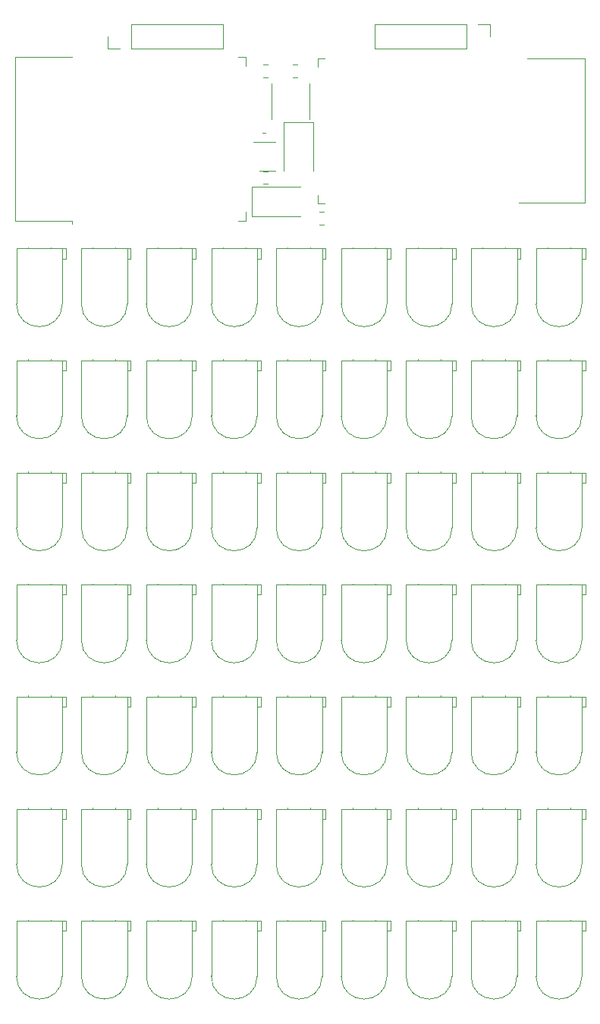
<source format=gbr>
G04 #@! TF.GenerationSoftware,KiCad,Pcbnew,5.1.4+dfsg1-1*
G04 #@! TF.CreationDate,2019-12-22T16:06:28+01:00*
G04 #@! TF.ProjectId,masonjar,6d61736f-6e6a-4617-922e-6b696361645f,rev?*
G04 #@! TF.SameCoordinates,Original*
G04 #@! TF.FileFunction,Legend,Top*
G04 #@! TF.FilePolarity,Positive*
%FSLAX46Y46*%
G04 Gerber Fmt 4.6, Leading zero omitted, Abs format (unit mm)*
G04 Created by KiCad (PCBNEW 5.1.4+dfsg1-1) date 2019-12-22 16:06:28*
%MOMM*%
%LPD*%
G04 APERTURE LIST*
%ADD10C,0.120000*%
G04 APERTURE END LIST*
D10*
X21310000Y-220000D02*
X21310000Y-1550000D01*
X19980000Y-220000D02*
X21310000Y-220000D01*
X18710000Y-220000D02*
X18710000Y-2880000D01*
X18710000Y-2880000D02*
X8490000Y-2880000D01*
X18710000Y-220000D02*
X8490000Y-220000D01*
X8490000Y-220000D02*
X8490000Y-2880000D01*
X1150000Y-10800000D02*
X1150000Y-6800000D01*
X-3050000Y-10800000D02*
X-3050000Y-6800000D01*
X-3737221Y-12340000D02*
X-4062779Y-12340000D01*
X-3737221Y-13360000D02*
X-4062779Y-13360000D01*
X-25295000Y-22120000D02*
X-25295000Y-22500000D01*
X-31715000Y-22120000D02*
X-25295000Y-22120000D01*
X-31715000Y-3880000D02*
X-25295000Y-3880000D01*
X-31715000Y-22120000D02*
X-31715000Y-3880000D01*
X-5970000Y-3880000D02*
X-5970000Y-4880000D01*
X-6750000Y-3880000D02*
X-5970000Y-3880000D01*
X-5970000Y-22120000D02*
X-5970000Y-21120000D01*
X-6750000Y-22120000D02*
X-5970000Y-22120000D01*
X-2650000Y-13290000D02*
X-5100000Y-13290000D01*
X-4450000Y-16510000D02*
X-2650000Y-16510000D01*
X31865000Y-3980000D02*
X25445000Y-3980000D01*
X31865000Y-20100000D02*
X24580000Y-20100000D01*
X31865000Y-3980000D02*
X31865000Y-20100000D01*
X2120000Y-20220000D02*
X2120000Y-19220000D01*
X2900000Y-20220000D02*
X2120000Y-20220000D01*
X2120000Y-3980000D02*
X2120000Y-4980000D01*
X2900000Y-3980000D02*
X2120000Y-3980000D01*
X-21330000Y-2880000D02*
X-21330000Y-1550000D01*
X-20000000Y-2880000D02*
X-21330000Y-2880000D01*
X-18730000Y-2880000D02*
X-18730000Y-220000D01*
X-18730000Y-220000D02*
X-8510000Y-220000D01*
X-18730000Y-2880000D02*
X-8510000Y-2880000D01*
X-8510000Y-2880000D02*
X-8510000Y-220000D01*
X1600000Y-11150000D02*
X1600000Y-16550000D01*
X-1700000Y-11150000D02*
X-1700000Y-16550000D01*
X1600000Y-11150000D02*
X-1700000Y-11150000D01*
X-5250000Y-18300000D02*
X150000Y-18300000D01*
X-5250000Y-21600000D02*
X150000Y-21600000D01*
X-5250000Y-18300000D02*
X-5250000Y-21600000D01*
X-4008578Y-18010000D02*
X-3491422Y-18010000D01*
X-4008578Y-16590000D02*
X-3491422Y-16590000D01*
X2808578Y-21140000D02*
X2291422Y-21140000D01*
X2808578Y-22560000D02*
X2291422Y-22560000D01*
X-3958578Y-6110000D02*
X-3441422Y-6110000D01*
X-3958578Y-4690000D02*
X-3441422Y-4690000D01*
X-141422Y-4690000D02*
X-658578Y-4690000D01*
X-141422Y-6110000D02*
X-658578Y-6110000D01*
X30290000Y-100080000D02*
X30290000Y-100080000D01*
X30290000Y-100210000D02*
X30290000Y-100080000D01*
X30290000Y-100210000D02*
X30290000Y-100210000D01*
X30290000Y-100080000D02*
X30290000Y-100210000D01*
X27750000Y-100080000D02*
X27750000Y-100080000D01*
X27750000Y-100210000D02*
X27750000Y-100080000D01*
X27750000Y-100210000D02*
X27750000Y-100210000D01*
X27750000Y-100080000D02*
X27750000Y-100210000D01*
X31580000Y-100210000D02*
X31980000Y-100210000D01*
X31580000Y-101330000D02*
X31580000Y-100210000D01*
X31980000Y-101330000D02*
X31580000Y-101330000D01*
X31980000Y-100210000D02*
X31980000Y-101330000D01*
X26460000Y-100210000D02*
X31580000Y-100210000D01*
X31580000Y-100210000D02*
X31580000Y-106370000D01*
X26460000Y-100210000D02*
X26460000Y-106370000D01*
X31580000Y-106370000D02*
G75*
G02X26460000Y-106370000I-2560000J0D01*
G01*
X23040000Y-100080000D02*
X23040000Y-100080000D01*
X23040000Y-100210000D02*
X23040000Y-100080000D01*
X23040000Y-100210000D02*
X23040000Y-100210000D01*
X23040000Y-100080000D02*
X23040000Y-100210000D01*
X20500000Y-100080000D02*
X20500000Y-100080000D01*
X20500000Y-100210000D02*
X20500000Y-100080000D01*
X20500000Y-100210000D02*
X20500000Y-100210000D01*
X20500000Y-100080000D02*
X20500000Y-100210000D01*
X24330000Y-100210000D02*
X24730000Y-100210000D01*
X24330000Y-101330000D02*
X24330000Y-100210000D01*
X24730000Y-101330000D02*
X24330000Y-101330000D01*
X24730000Y-100210000D02*
X24730000Y-101330000D01*
X19210000Y-100210000D02*
X24330000Y-100210000D01*
X24330000Y-100210000D02*
X24330000Y-106370000D01*
X19210000Y-100210000D02*
X19210000Y-106370000D01*
X24330000Y-106370000D02*
G75*
G02X19210000Y-106370000I-2560000J0D01*
G01*
X15790000Y-100080000D02*
X15790000Y-100080000D01*
X15790000Y-100210000D02*
X15790000Y-100080000D01*
X15790000Y-100210000D02*
X15790000Y-100210000D01*
X15790000Y-100080000D02*
X15790000Y-100210000D01*
X13250000Y-100080000D02*
X13250000Y-100080000D01*
X13250000Y-100210000D02*
X13250000Y-100080000D01*
X13250000Y-100210000D02*
X13250000Y-100210000D01*
X13250000Y-100080000D02*
X13250000Y-100210000D01*
X17080000Y-100210000D02*
X17480000Y-100210000D01*
X17080000Y-101330000D02*
X17080000Y-100210000D01*
X17480000Y-101330000D02*
X17080000Y-101330000D01*
X17480000Y-100210000D02*
X17480000Y-101330000D01*
X11960000Y-100210000D02*
X17080000Y-100210000D01*
X17080000Y-100210000D02*
X17080000Y-106370000D01*
X11960000Y-100210000D02*
X11960000Y-106370000D01*
X17080000Y-106370000D02*
G75*
G02X11960000Y-106370000I-2560000J0D01*
G01*
X8540000Y-100080000D02*
X8540000Y-100080000D01*
X8540000Y-100210000D02*
X8540000Y-100080000D01*
X8540000Y-100210000D02*
X8540000Y-100210000D01*
X8540000Y-100080000D02*
X8540000Y-100210000D01*
X6000000Y-100080000D02*
X6000000Y-100080000D01*
X6000000Y-100210000D02*
X6000000Y-100080000D01*
X6000000Y-100210000D02*
X6000000Y-100210000D01*
X6000000Y-100080000D02*
X6000000Y-100210000D01*
X9830000Y-100210000D02*
X10230000Y-100210000D01*
X9830000Y-101330000D02*
X9830000Y-100210000D01*
X10230000Y-101330000D02*
X9830000Y-101330000D01*
X10230000Y-100210000D02*
X10230000Y-101330000D01*
X4710000Y-100210000D02*
X9830000Y-100210000D01*
X9830000Y-100210000D02*
X9830000Y-106370000D01*
X4710000Y-100210000D02*
X4710000Y-106370000D01*
X9830000Y-106370000D02*
G75*
G02X4710000Y-106370000I-2560000J0D01*
G01*
X1290000Y-100080000D02*
X1290000Y-100080000D01*
X1290000Y-100210000D02*
X1290000Y-100080000D01*
X1290000Y-100210000D02*
X1290000Y-100210000D01*
X1290000Y-100080000D02*
X1290000Y-100210000D01*
X-1250000Y-100080000D02*
X-1250000Y-100080000D01*
X-1250000Y-100210000D02*
X-1250000Y-100080000D01*
X-1250000Y-100210000D02*
X-1250000Y-100210000D01*
X-1250000Y-100080000D02*
X-1250000Y-100210000D01*
X2580000Y-100210000D02*
X2980000Y-100210000D01*
X2580000Y-101330000D02*
X2580000Y-100210000D01*
X2980000Y-101330000D02*
X2580000Y-101330000D01*
X2980000Y-100210000D02*
X2980000Y-101330000D01*
X-2540000Y-100210000D02*
X2580000Y-100210000D01*
X2580000Y-100210000D02*
X2580000Y-106370000D01*
X-2540000Y-100210000D02*
X-2540000Y-106370000D01*
X2580000Y-106370000D02*
G75*
G02X-2540000Y-106370000I-2560000J0D01*
G01*
X-5960000Y-100080000D02*
X-5960000Y-100080000D01*
X-5960000Y-100210000D02*
X-5960000Y-100080000D01*
X-5960000Y-100210000D02*
X-5960000Y-100210000D01*
X-5960000Y-100080000D02*
X-5960000Y-100210000D01*
X-8500000Y-100080000D02*
X-8500000Y-100080000D01*
X-8500000Y-100210000D02*
X-8500000Y-100080000D01*
X-8500000Y-100210000D02*
X-8500000Y-100210000D01*
X-8500000Y-100080000D02*
X-8500000Y-100210000D01*
X-4670000Y-100210000D02*
X-4270000Y-100210000D01*
X-4670000Y-101330000D02*
X-4670000Y-100210000D01*
X-4270000Y-101330000D02*
X-4670000Y-101330000D01*
X-4270000Y-100210000D02*
X-4270000Y-101330000D01*
X-9790000Y-100210000D02*
X-4670000Y-100210000D01*
X-4670000Y-100210000D02*
X-4670000Y-106370000D01*
X-9790000Y-100210000D02*
X-9790000Y-106370000D01*
X-4670000Y-106370000D02*
G75*
G02X-9790000Y-106370000I-2560000J0D01*
G01*
X-13210000Y-100080000D02*
X-13210000Y-100080000D01*
X-13210000Y-100210000D02*
X-13210000Y-100080000D01*
X-13210000Y-100210000D02*
X-13210000Y-100210000D01*
X-13210000Y-100080000D02*
X-13210000Y-100210000D01*
X-15750000Y-100080000D02*
X-15750000Y-100080000D01*
X-15750000Y-100210000D02*
X-15750000Y-100080000D01*
X-15750000Y-100210000D02*
X-15750000Y-100210000D01*
X-15750000Y-100080000D02*
X-15750000Y-100210000D01*
X-11920000Y-100210000D02*
X-11520000Y-100210000D01*
X-11920000Y-101330000D02*
X-11920000Y-100210000D01*
X-11520000Y-101330000D02*
X-11920000Y-101330000D01*
X-11520000Y-100210000D02*
X-11520000Y-101330000D01*
X-17040000Y-100210000D02*
X-11920000Y-100210000D01*
X-11920000Y-100210000D02*
X-11920000Y-106370000D01*
X-17040000Y-100210000D02*
X-17040000Y-106370000D01*
X-11920000Y-106370000D02*
G75*
G02X-17040000Y-106370000I-2560000J0D01*
G01*
X-20460000Y-100080000D02*
X-20460000Y-100080000D01*
X-20460000Y-100210000D02*
X-20460000Y-100080000D01*
X-20460000Y-100210000D02*
X-20460000Y-100210000D01*
X-20460000Y-100080000D02*
X-20460000Y-100210000D01*
X-23000000Y-100080000D02*
X-23000000Y-100080000D01*
X-23000000Y-100210000D02*
X-23000000Y-100080000D01*
X-23000000Y-100210000D02*
X-23000000Y-100210000D01*
X-23000000Y-100080000D02*
X-23000000Y-100210000D01*
X-19170000Y-100210000D02*
X-18770000Y-100210000D01*
X-19170000Y-101330000D02*
X-19170000Y-100210000D01*
X-18770000Y-101330000D02*
X-19170000Y-101330000D01*
X-18770000Y-100210000D02*
X-18770000Y-101330000D01*
X-24290000Y-100210000D02*
X-19170000Y-100210000D01*
X-19170000Y-100210000D02*
X-19170000Y-106370000D01*
X-24290000Y-100210000D02*
X-24290000Y-106370000D01*
X-19170000Y-106370000D02*
G75*
G02X-24290000Y-106370000I-2560000J0D01*
G01*
X-27710000Y-100080000D02*
X-27710000Y-100080000D01*
X-27710000Y-100210000D02*
X-27710000Y-100080000D01*
X-27710000Y-100210000D02*
X-27710000Y-100210000D01*
X-27710000Y-100080000D02*
X-27710000Y-100210000D01*
X-30250000Y-100080000D02*
X-30250000Y-100080000D01*
X-30250000Y-100210000D02*
X-30250000Y-100080000D01*
X-30250000Y-100210000D02*
X-30250000Y-100210000D01*
X-30250000Y-100080000D02*
X-30250000Y-100210000D01*
X-26420000Y-100210000D02*
X-26020000Y-100210000D01*
X-26420000Y-101330000D02*
X-26420000Y-100210000D01*
X-26020000Y-101330000D02*
X-26420000Y-101330000D01*
X-26020000Y-100210000D02*
X-26020000Y-101330000D01*
X-31540000Y-100210000D02*
X-26420000Y-100210000D01*
X-26420000Y-100210000D02*
X-26420000Y-106370000D01*
X-31540000Y-100210000D02*
X-31540000Y-106370000D01*
X-26420000Y-106370000D02*
G75*
G02X-31540000Y-106370000I-2560000J0D01*
G01*
X30290000Y-87580000D02*
X30290000Y-87580000D01*
X30290000Y-87710000D02*
X30290000Y-87580000D01*
X30290000Y-87710000D02*
X30290000Y-87710000D01*
X30290000Y-87580000D02*
X30290000Y-87710000D01*
X27750000Y-87580000D02*
X27750000Y-87580000D01*
X27750000Y-87710000D02*
X27750000Y-87580000D01*
X27750000Y-87710000D02*
X27750000Y-87710000D01*
X27750000Y-87580000D02*
X27750000Y-87710000D01*
X31580000Y-87710000D02*
X31980000Y-87710000D01*
X31580000Y-88830000D02*
X31580000Y-87710000D01*
X31980000Y-88830000D02*
X31580000Y-88830000D01*
X31980000Y-87710000D02*
X31980000Y-88830000D01*
X26460000Y-87710000D02*
X31580000Y-87710000D01*
X31580000Y-87710000D02*
X31580000Y-93870000D01*
X26460000Y-87710000D02*
X26460000Y-93870000D01*
X31580000Y-93870000D02*
G75*
G02X26460000Y-93870000I-2560000J0D01*
G01*
X23040000Y-87580000D02*
X23040000Y-87580000D01*
X23040000Y-87710000D02*
X23040000Y-87580000D01*
X23040000Y-87710000D02*
X23040000Y-87710000D01*
X23040000Y-87580000D02*
X23040000Y-87710000D01*
X20500000Y-87580000D02*
X20500000Y-87580000D01*
X20500000Y-87710000D02*
X20500000Y-87580000D01*
X20500000Y-87710000D02*
X20500000Y-87710000D01*
X20500000Y-87580000D02*
X20500000Y-87710000D01*
X24330000Y-87710000D02*
X24730000Y-87710000D01*
X24330000Y-88830000D02*
X24330000Y-87710000D01*
X24730000Y-88830000D02*
X24330000Y-88830000D01*
X24730000Y-87710000D02*
X24730000Y-88830000D01*
X19210000Y-87710000D02*
X24330000Y-87710000D01*
X24330000Y-87710000D02*
X24330000Y-93870000D01*
X19210000Y-87710000D02*
X19210000Y-93870000D01*
X24330000Y-93870000D02*
G75*
G02X19210000Y-93870000I-2560000J0D01*
G01*
X15790000Y-87580000D02*
X15790000Y-87580000D01*
X15790000Y-87710000D02*
X15790000Y-87580000D01*
X15790000Y-87710000D02*
X15790000Y-87710000D01*
X15790000Y-87580000D02*
X15790000Y-87710000D01*
X13250000Y-87580000D02*
X13250000Y-87580000D01*
X13250000Y-87710000D02*
X13250000Y-87580000D01*
X13250000Y-87710000D02*
X13250000Y-87710000D01*
X13250000Y-87580000D02*
X13250000Y-87710000D01*
X17080000Y-87710000D02*
X17480000Y-87710000D01*
X17080000Y-88830000D02*
X17080000Y-87710000D01*
X17480000Y-88830000D02*
X17080000Y-88830000D01*
X17480000Y-87710000D02*
X17480000Y-88830000D01*
X11960000Y-87710000D02*
X17080000Y-87710000D01*
X17080000Y-87710000D02*
X17080000Y-93870000D01*
X11960000Y-87710000D02*
X11960000Y-93870000D01*
X17080000Y-93870000D02*
G75*
G02X11960000Y-93870000I-2560000J0D01*
G01*
X8540000Y-87580000D02*
X8540000Y-87580000D01*
X8540000Y-87710000D02*
X8540000Y-87580000D01*
X8540000Y-87710000D02*
X8540000Y-87710000D01*
X8540000Y-87580000D02*
X8540000Y-87710000D01*
X6000000Y-87580000D02*
X6000000Y-87580000D01*
X6000000Y-87710000D02*
X6000000Y-87580000D01*
X6000000Y-87710000D02*
X6000000Y-87710000D01*
X6000000Y-87580000D02*
X6000000Y-87710000D01*
X9830000Y-87710000D02*
X10230000Y-87710000D01*
X9830000Y-88830000D02*
X9830000Y-87710000D01*
X10230000Y-88830000D02*
X9830000Y-88830000D01*
X10230000Y-87710000D02*
X10230000Y-88830000D01*
X4710000Y-87710000D02*
X9830000Y-87710000D01*
X9830000Y-87710000D02*
X9830000Y-93870000D01*
X4710000Y-87710000D02*
X4710000Y-93870000D01*
X9830000Y-93870000D02*
G75*
G02X4710000Y-93870000I-2560000J0D01*
G01*
X1290000Y-87580000D02*
X1290000Y-87580000D01*
X1290000Y-87710000D02*
X1290000Y-87580000D01*
X1290000Y-87710000D02*
X1290000Y-87710000D01*
X1290000Y-87580000D02*
X1290000Y-87710000D01*
X-1250000Y-87580000D02*
X-1250000Y-87580000D01*
X-1250000Y-87710000D02*
X-1250000Y-87580000D01*
X-1250000Y-87710000D02*
X-1250000Y-87710000D01*
X-1250000Y-87580000D02*
X-1250000Y-87710000D01*
X2580000Y-87710000D02*
X2980000Y-87710000D01*
X2580000Y-88830000D02*
X2580000Y-87710000D01*
X2980000Y-88830000D02*
X2580000Y-88830000D01*
X2980000Y-87710000D02*
X2980000Y-88830000D01*
X-2540000Y-87710000D02*
X2580000Y-87710000D01*
X2580000Y-87710000D02*
X2580000Y-93870000D01*
X-2540000Y-87710000D02*
X-2540000Y-93870000D01*
X2580000Y-93870000D02*
G75*
G02X-2540000Y-93870000I-2560000J0D01*
G01*
X-5960000Y-87580000D02*
X-5960000Y-87580000D01*
X-5960000Y-87710000D02*
X-5960000Y-87580000D01*
X-5960000Y-87710000D02*
X-5960000Y-87710000D01*
X-5960000Y-87580000D02*
X-5960000Y-87710000D01*
X-8500000Y-87580000D02*
X-8500000Y-87580000D01*
X-8500000Y-87710000D02*
X-8500000Y-87580000D01*
X-8500000Y-87710000D02*
X-8500000Y-87710000D01*
X-8500000Y-87580000D02*
X-8500000Y-87710000D01*
X-4670000Y-87710000D02*
X-4270000Y-87710000D01*
X-4670000Y-88830000D02*
X-4670000Y-87710000D01*
X-4270000Y-88830000D02*
X-4670000Y-88830000D01*
X-4270000Y-87710000D02*
X-4270000Y-88830000D01*
X-9790000Y-87710000D02*
X-4670000Y-87710000D01*
X-4670000Y-87710000D02*
X-4670000Y-93870000D01*
X-9790000Y-87710000D02*
X-9790000Y-93870000D01*
X-4670000Y-93870000D02*
G75*
G02X-9790000Y-93870000I-2560000J0D01*
G01*
X-13210000Y-87580000D02*
X-13210000Y-87580000D01*
X-13210000Y-87710000D02*
X-13210000Y-87580000D01*
X-13210000Y-87710000D02*
X-13210000Y-87710000D01*
X-13210000Y-87580000D02*
X-13210000Y-87710000D01*
X-15750000Y-87580000D02*
X-15750000Y-87580000D01*
X-15750000Y-87710000D02*
X-15750000Y-87580000D01*
X-15750000Y-87710000D02*
X-15750000Y-87710000D01*
X-15750000Y-87580000D02*
X-15750000Y-87710000D01*
X-11920000Y-87710000D02*
X-11520000Y-87710000D01*
X-11920000Y-88830000D02*
X-11920000Y-87710000D01*
X-11520000Y-88830000D02*
X-11920000Y-88830000D01*
X-11520000Y-87710000D02*
X-11520000Y-88830000D01*
X-17040000Y-87710000D02*
X-11920000Y-87710000D01*
X-11920000Y-87710000D02*
X-11920000Y-93870000D01*
X-17040000Y-87710000D02*
X-17040000Y-93870000D01*
X-11920000Y-93870000D02*
G75*
G02X-17040000Y-93870000I-2560000J0D01*
G01*
X-20460000Y-87580000D02*
X-20460000Y-87580000D01*
X-20460000Y-87710000D02*
X-20460000Y-87580000D01*
X-20460000Y-87710000D02*
X-20460000Y-87710000D01*
X-20460000Y-87580000D02*
X-20460000Y-87710000D01*
X-23000000Y-87580000D02*
X-23000000Y-87580000D01*
X-23000000Y-87710000D02*
X-23000000Y-87580000D01*
X-23000000Y-87710000D02*
X-23000000Y-87710000D01*
X-23000000Y-87580000D02*
X-23000000Y-87710000D01*
X-19170000Y-87710000D02*
X-18770000Y-87710000D01*
X-19170000Y-88830000D02*
X-19170000Y-87710000D01*
X-18770000Y-88830000D02*
X-19170000Y-88830000D01*
X-18770000Y-87710000D02*
X-18770000Y-88830000D01*
X-24290000Y-87710000D02*
X-19170000Y-87710000D01*
X-19170000Y-87710000D02*
X-19170000Y-93870000D01*
X-24290000Y-87710000D02*
X-24290000Y-93870000D01*
X-19170000Y-93870000D02*
G75*
G02X-24290000Y-93870000I-2560000J0D01*
G01*
X-27710000Y-87580000D02*
X-27710000Y-87580000D01*
X-27710000Y-87710000D02*
X-27710000Y-87580000D01*
X-27710000Y-87710000D02*
X-27710000Y-87710000D01*
X-27710000Y-87580000D02*
X-27710000Y-87710000D01*
X-30250000Y-87580000D02*
X-30250000Y-87580000D01*
X-30250000Y-87710000D02*
X-30250000Y-87580000D01*
X-30250000Y-87710000D02*
X-30250000Y-87710000D01*
X-30250000Y-87580000D02*
X-30250000Y-87710000D01*
X-26420000Y-87710000D02*
X-26020000Y-87710000D01*
X-26420000Y-88830000D02*
X-26420000Y-87710000D01*
X-26020000Y-88830000D02*
X-26420000Y-88830000D01*
X-26020000Y-87710000D02*
X-26020000Y-88830000D01*
X-31540000Y-87710000D02*
X-26420000Y-87710000D01*
X-26420000Y-87710000D02*
X-26420000Y-93870000D01*
X-31540000Y-87710000D02*
X-31540000Y-93870000D01*
X-26420000Y-93870000D02*
G75*
G02X-31540000Y-93870000I-2560000J0D01*
G01*
X30290000Y-75080000D02*
X30290000Y-75080000D01*
X30290000Y-75210000D02*
X30290000Y-75080000D01*
X30290000Y-75210000D02*
X30290000Y-75210000D01*
X30290000Y-75080000D02*
X30290000Y-75210000D01*
X27750000Y-75080000D02*
X27750000Y-75080000D01*
X27750000Y-75210000D02*
X27750000Y-75080000D01*
X27750000Y-75210000D02*
X27750000Y-75210000D01*
X27750000Y-75080000D02*
X27750000Y-75210000D01*
X31580000Y-75210000D02*
X31980000Y-75210000D01*
X31580000Y-76330000D02*
X31580000Y-75210000D01*
X31980000Y-76330000D02*
X31580000Y-76330000D01*
X31980000Y-75210000D02*
X31980000Y-76330000D01*
X26460000Y-75210000D02*
X31580000Y-75210000D01*
X31580000Y-75210000D02*
X31580000Y-81370000D01*
X26460000Y-75210000D02*
X26460000Y-81370000D01*
X31580000Y-81370000D02*
G75*
G02X26460000Y-81370000I-2560000J0D01*
G01*
X23040000Y-75080000D02*
X23040000Y-75080000D01*
X23040000Y-75210000D02*
X23040000Y-75080000D01*
X23040000Y-75210000D02*
X23040000Y-75210000D01*
X23040000Y-75080000D02*
X23040000Y-75210000D01*
X20500000Y-75080000D02*
X20500000Y-75080000D01*
X20500000Y-75210000D02*
X20500000Y-75080000D01*
X20500000Y-75210000D02*
X20500000Y-75210000D01*
X20500000Y-75080000D02*
X20500000Y-75210000D01*
X24330000Y-75210000D02*
X24730000Y-75210000D01*
X24330000Y-76330000D02*
X24330000Y-75210000D01*
X24730000Y-76330000D02*
X24330000Y-76330000D01*
X24730000Y-75210000D02*
X24730000Y-76330000D01*
X19210000Y-75210000D02*
X24330000Y-75210000D01*
X24330000Y-75210000D02*
X24330000Y-81370000D01*
X19210000Y-75210000D02*
X19210000Y-81370000D01*
X24330000Y-81370000D02*
G75*
G02X19210000Y-81370000I-2560000J0D01*
G01*
X15790000Y-75080000D02*
X15790000Y-75080000D01*
X15790000Y-75210000D02*
X15790000Y-75080000D01*
X15790000Y-75210000D02*
X15790000Y-75210000D01*
X15790000Y-75080000D02*
X15790000Y-75210000D01*
X13250000Y-75080000D02*
X13250000Y-75080000D01*
X13250000Y-75210000D02*
X13250000Y-75080000D01*
X13250000Y-75210000D02*
X13250000Y-75210000D01*
X13250000Y-75080000D02*
X13250000Y-75210000D01*
X17080000Y-75210000D02*
X17480000Y-75210000D01*
X17080000Y-76330000D02*
X17080000Y-75210000D01*
X17480000Y-76330000D02*
X17080000Y-76330000D01*
X17480000Y-75210000D02*
X17480000Y-76330000D01*
X11960000Y-75210000D02*
X17080000Y-75210000D01*
X17080000Y-75210000D02*
X17080000Y-81370000D01*
X11960000Y-75210000D02*
X11960000Y-81370000D01*
X17080000Y-81370000D02*
G75*
G02X11960000Y-81370000I-2560000J0D01*
G01*
X8540000Y-75080000D02*
X8540000Y-75080000D01*
X8540000Y-75210000D02*
X8540000Y-75080000D01*
X8540000Y-75210000D02*
X8540000Y-75210000D01*
X8540000Y-75080000D02*
X8540000Y-75210000D01*
X6000000Y-75080000D02*
X6000000Y-75080000D01*
X6000000Y-75210000D02*
X6000000Y-75080000D01*
X6000000Y-75210000D02*
X6000000Y-75210000D01*
X6000000Y-75080000D02*
X6000000Y-75210000D01*
X9830000Y-75210000D02*
X10230000Y-75210000D01*
X9830000Y-76330000D02*
X9830000Y-75210000D01*
X10230000Y-76330000D02*
X9830000Y-76330000D01*
X10230000Y-75210000D02*
X10230000Y-76330000D01*
X4710000Y-75210000D02*
X9830000Y-75210000D01*
X9830000Y-75210000D02*
X9830000Y-81370000D01*
X4710000Y-75210000D02*
X4710000Y-81370000D01*
X9830000Y-81370000D02*
G75*
G02X4710000Y-81370000I-2560000J0D01*
G01*
X1290000Y-75080000D02*
X1290000Y-75080000D01*
X1290000Y-75210000D02*
X1290000Y-75080000D01*
X1290000Y-75210000D02*
X1290000Y-75210000D01*
X1290000Y-75080000D02*
X1290000Y-75210000D01*
X-1250000Y-75080000D02*
X-1250000Y-75080000D01*
X-1250000Y-75210000D02*
X-1250000Y-75080000D01*
X-1250000Y-75210000D02*
X-1250000Y-75210000D01*
X-1250000Y-75080000D02*
X-1250000Y-75210000D01*
X2580000Y-75210000D02*
X2980000Y-75210000D01*
X2580000Y-76330000D02*
X2580000Y-75210000D01*
X2980000Y-76330000D02*
X2580000Y-76330000D01*
X2980000Y-75210000D02*
X2980000Y-76330000D01*
X-2540000Y-75210000D02*
X2580000Y-75210000D01*
X2580000Y-75210000D02*
X2580000Y-81370000D01*
X-2540000Y-75210000D02*
X-2540000Y-81370000D01*
X2580000Y-81370000D02*
G75*
G02X-2540000Y-81370000I-2560000J0D01*
G01*
X-5960000Y-75080000D02*
X-5960000Y-75080000D01*
X-5960000Y-75210000D02*
X-5960000Y-75080000D01*
X-5960000Y-75210000D02*
X-5960000Y-75210000D01*
X-5960000Y-75080000D02*
X-5960000Y-75210000D01*
X-8500000Y-75080000D02*
X-8500000Y-75080000D01*
X-8500000Y-75210000D02*
X-8500000Y-75080000D01*
X-8500000Y-75210000D02*
X-8500000Y-75210000D01*
X-8500000Y-75080000D02*
X-8500000Y-75210000D01*
X-4670000Y-75210000D02*
X-4270000Y-75210000D01*
X-4670000Y-76330000D02*
X-4670000Y-75210000D01*
X-4270000Y-76330000D02*
X-4670000Y-76330000D01*
X-4270000Y-75210000D02*
X-4270000Y-76330000D01*
X-9790000Y-75210000D02*
X-4670000Y-75210000D01*
X-4670000Y-75210000D02*
X-4670000Y-81370000D01*
X-9790000Y-75210000D02*
X-9790000Y-81370000D01*
X-4670000Y-81370000D02*
G75*
G02X-9790000Y-81370000I-2560000J0D01*
G01*
X-13210000Y-75080000D02*
X-13210000Y-75080000D01*
X-13210000Y-75210000D02*
X-13210000Y-75080000D01*
X-13210000Y-75210000D02*
X-13210000Y-75210000D01*
X-13210000Y-75080000D02*
X-13210000Y-75210000D01*
X-15750000Y-75080000D02*
X-15750000Y-75080000D01*
X-15750000Y-75210000D02*
X-15750000Y-75080000D01*
X-15750000Y-75210000D02*
X-15750000Y-75210000D01*
X-15750000Y-75080000D02*
X-15750000Y-75210000D01*
X-11920000Y-75210000D02*
X-11520000Y-75210000D01*
X-11920000Y-76330000D02*
X-11920000Y-75210000D01*
X-11520000Y-76330000D02*
X-11920000Y-76330000D01*
X-11520000Y-75210000D02*
X-11520000Y-76330000D01*
X-17040000Y-75210000D02*
X-11920000Y-75210000D01*
X-11920000Y-75210000D02*
X-11920000Y-81370000D01*
X-17040000Y-75210000D02*
X-17040000Y-81370000D01*
X-11920000Y-81370000D02*
G75*
G02X-17040000Y-81370000I-2560000J0D01*
G01*
X-20460000Y-75080000D02*
X-20460000Y-75080000D01*
X-20460000Y-75210000D02*
X-20460000Y-75080000D01*
X-20460000Y-75210000D02*
X-20460000Y-75210000D01*
X-20460000Y-75080000D02*
X-20460000Y-75210000D01*
X-23000000Y-75080000D02*
X-23000000Y-75080000D01*
X-23000000Y-75210000D02*
X-23000000Y-75080000D01*
X-23000000Y-75210000D02*
X-23000000Y-75210000D01*
X-23000000Y-75080000D02*
X-23000000Y-75210000D01*
X-19170000Y-75210000D02*
X-18770000Y-75210000D01*
X-19170000Y-76330000D02*
X-19170000Y-75210000D01*
X-18770000Y-76330000D02*
X-19170000Y-76330000D01*
X-18770000Y-75210000D02*
X-18770000Y-76330000D01*
X-24290000Y-75210000D02*
X-19170000Y-75210000D01*
X-19170000Y-75210000D02*
X-19170000Y-81370000D01*
X-24290000Y-75210000D02*
X-24290000Y-81370000D01*
X-19170000Y-81370000D02*
G75*
G02X-24290000Y-81370000I-2560000J0D01*
G01*
X-27710000Y-75080000D02*
X-27710000Y-75080000D01*
X-27710000Y-75210000D02*
X-27710000Y-75080000D01*
X-27710000Y-75210000D02*
X-27710000Y-75210000D01*
X-27710000Y-75080000D02*
X-27710000Y-75210000D01*
X-30250000Y-75080000D02*
X-30250000Y-75080000D01*
X-30250000Y-75210000D02*
X-30250000Y-75080000D01*
X-30250000Y-75210000D02*
X-30250000Y-75210000D01*
X-30250000Y-75080000D02*
X-30250000Y-75210000D01*
X-26420000Y-75210000D02*
X-26020000Y-75210000D01*
X-26420000Y-76330000D02*
X-26420000Y-75210000D01*
X-26020000Y-76330000D02*
X-26420000Y-76330000D01*
X-26020000Y-75210000D02*
X-26020000Y-76330000D01*
X-31540000Y-75210000D02*
X-26420000Y-75210000D01*
X-26420000Y-75210000D02*
X-26420000Y-81370000D01*
X-31540000Y-75210000D02*
X-31540000Y-81370000D01*
X-26420000Y-81370000D02*
G75*
G02X-31540000Y-81370000I-2560000J0D01*
G01*
X30290000Y-62580000D02*
X30290000Y-62580000D01*
X30290000Y-62710000D02*
X30290000Y-62580000D01*
X30290000Y-62710000D02*
X30290000Y-62710000D01*
X30290000Y-62580000D02*
X30290000Y-62710000D01*
X27750000Y-62580000D02*
X27750000Y-62580000D01*
X27750000Y-62710000D02*
X27750000Y-62580000D01*
X27750000Y-62710000D02*
X27750000Y-62710000D01*
X27750000Y-62580000D02*
X27750000Y-62710000D01*
X31580000Y-62710000D02*
X31980000Y-62710000D01*
X31580000Y-63830000D02*
X31580000Y-62710000D01*
X31980000Y-63830000D02*
X31580000Y-63830000D01*
X31980000Y-62710000D02*
X31980000Y-63830000D01*
X26460000Y-62710000D02*
X31580000Y-62710000D01*
X31580000Y-62710000D02*
X31580000Y-68870000D01*
X26460000Y-62710000D02*
X26460000Y-68870000D01*
X31580000Y-68870000D02*
G75*
G02X26460000Y-68870000I-2560000J0D01*
G01*
X23040000Y-62580000D02*
X23040000Y-62580000D01*
X23040000Y-62710000D02*
X23040000Y-62580000D01*
X23040000Y-62710000D02*
X23040000Y-62710000D01*
X23040000Y-62580000D02*
X23040000Y-62710000D01*
X20500000Y-62580000D02*
X20500000Y-62580000D01*
X20500000Y-62710000D02*
X20500000Y-62580000D01*
X20500000Y-62710000D02*
X20500000Y-62710000D01*
X20500000Y-62580000D02*
X20500000Y-62710000D01*
X24330000Y-62710000D02*
X24730000Y-62710000D01*
X24330000Y-63830000D02*
X24330000Y-62710000D01*
X24730000Y-63830000D02*
X24330000Y-63830000D01*
X24730000Y-62710000D02*
X24730000Y-63830000D01*
X19210000Y-62710000D02*
X24330000Y-62710000D01*
X24330000Y-62710000D02*
X24330000Y-68870000D01*
X19210000Y-62710000D02*
X19210000Y-68870000D01*
X24330000Y-68870000D02*
G75*
G02X19210000Y-68870000I-2560000J0D01*
G01*
X15790000Y-62580000D02*
X15790000Y-62580000D01*
X15790000Y-62710000D02*
X15790000Y-62580000D01*
X15790000Y-62710000D02*
X15790000Y-62710000D01*
X15790000Y-62580000D02*
X15790000Y-62710000D01*
X13250000Y-62580000D02*
X13250000Y-62580000D01*
X13250000Y-62710000D02*
X13250000Y-62580000D01*
X13250000Y-62710000D02*
X13250000Y-62710000D01*
X13250000Y-62580000D02*
X13250000Y-62710000D01*
X17080000Y-62710000D02*
X17480000Y-62710000D01*
X17080000Y-63830000D02*
X17080000Y-62710000D01*
X17480000Y-63830000D02*
X17080000Y-63830000D01*
X17480000Y-62710000D02*
X17480000Y-63830000D01*
X11960000Y-62710000D02*
X17080000Y-62710000D01*
X17080000Y-62710000D02*
X17080000Y-68870000D01*
X11960000Y-62710000D02*
X11960000Y-68870000D01*
X17080000Y-68870000D02*
G75*
G02X11960000Y-68870000I-2560000J0D01*
G01*
X8540000Y-62580000D02*
X8540000Y-62580000D01*
X8540000Y-62710000D02*
X8540000Y-62580000D01*
X8540000Y-62710000D02*
X8540000Y-62710000D01*
X8540000Y-62580000D02*
X8540000Y-62710000D01*
X6000000Y-62580000D02*
X6000000Y-62580000D01*
X6000000Y-62710000D02*
X6000000Y-62580000D01*
X6000000Y-62710000D02*
X6000000Y-62710000D01*
X6000000Y-62580000D02*
X6000000Y-62710000D01*
X9830000Y-62710000D02*
X10230000Y-62710000D01*
X9830000Y-63830000D02*
X9830000Y-62710000D01*
X10230000Y-63830000D02*
X9830000Y-63830000D01*
X10230000Y-62710000D02*
X10230000Y-63830000D01*
X4710000Y-62710000D02*
X9830000Y-62710000D01*
X9830000Y-62710000D02*
X9830000Y-68870000D01*
X4710000Y-62710000D02*
X4710000Y-68870000D01*
X9830000Y-68870000D02*
G75*
G02X4710000Y-68870000I-2560000J0D01*
G01*
X1290000Y-62580000D02*
X1290000Y-62580000D01*
X1290000Y-62710000D02*
X1290000Y-62580000D01*
X1290000Y-62710000D02*
X1290000Y-62710000D01*
X1290000Y-62580000D02*
X1290000Y-62710000D01*
X-1250000Y-62580000D02*
X-1250000Y-62580000D01*
X-1250000Y-62710000D02*
X-1250000Y-62580000D01*
X-1250000Y-62710000D02*
X-1250000Y-62710000D01*
X-1250000Y-62580000D02*
X-1250000Y-62710000D01*
X2580000Y-62710000D02*
X2980000Y-62710000D01*
X2580000Y-63830000D02*
X2580000Y-62710000D01*
X2980000Y-63830000D02*
X2580000Y-63830000D01*
X2980000Y-62710000D02*
X2980000Y-63830000D01*
X-2540000Y-62710000D02*
X2580000Y-62710000D01*
X2580000Y-62710000D02*
X2580000Y-68870000D01*
X-2540000Y-62710000D02*
X-2540000Y-68870000D01*
X2580000Y-68870000D02*
G75*
G02X-2540000Y-68870000I-2560000J0D01*
G01*
X-5960000Y-62580000D02*
X-5960000Y-62580000D01*
X-5960000Y-62710000D02*
X-5960000Y-62580000D01*
X-5960000Y-62710000D02*
X-5960000Y-62710000D01*
X-5960000Y-62580000D02*
X-5960000Y-62710000D01*
X-8500000Y-62580000D02*
X-8500000Y-62580000D01*
X-8500000Y-62710000D02*
X-8500000Y-62580000D01*
X-8500000Y-62710000D02*
X-8500000Y-62710000D01*
X-8500000Y-62580000D02*
X-8500000Y-62710000D01*
X-4670000Y-62710000D02*
X-4270000Y-62710000D01*
X-4670000Y-63830000D02*
X-4670000Y-62710000D01*
X-4270000Y-63830000D02*
X-4670000Y-63830000D01*
X-4270000Y-62710000D02*
X-4270000Y-63830000D01*
X-9790000Y-62710000D02*
X-4670000Y-62710000D01*
X-4670000Y-62710000D02*
X-4670000Y-68870000D01*
X-9790000Y-62710000D02*
X-9790000Y-68870000D01*
X-4670000Y-68870000D02*
G75*
G02X-9790000Y-68870000I-2560000J0D01*
G01*
X-13210000Y-62580000D02*
X-13210000Y-62580000D01*
X-13210000Y-62710000D02*
X-13210000Y-62580000D01*
X-13210000Y-62710000D02*
X-13210000Y-62710000D01*
X-13210000Y-62580000D02*
X-13210000Y-62710000D01*
X-15750000Y-62580000D02*
X-15750000Y-62580000D01*
X-15750000Y-62710000D02*
X-15750000Y-62580000D01*
X-15750000Y-62710000D02*
X-15750000Y-62710000D01*
X-15750000Y-62580000D02*
X-15750000Y-62710000D01*
X-11920000Y-62710000D02*
X-11520000Y-62710000D01*
X-11920000Y-63830000D02*
X-11920000Y-62710000D01*
X-11520000Y-63830000D02*
X-11920000Y-63830000D01*
X-11520000Y-62710000D02*
X-11520000Y-63830000D01*
X-17040000Y-62710000D02*
X-11920000Y-62710000D01*
X-11920000Y-62710000D02*
X-11920000Y-68870000D01*
X-17040000Y-62710000D02*
X-17040000Y-68870000D01*
X-11920000Y-68870000D02*
G75*
G02X-17040000Y-68870000I-2560000J0D01*
G01*
X-20460000Y-62580000D02*
X-20460000Y-62580000D01*
X-20460000Y-62710000D02*
X-20460000Y-62580000D01*
X-20460000Y-62710000D02*
X-20460000Y-62710000D01*
X-20460000Y-62580000D02*
X-20460000Y-62710000D01*
X-23000000Y-62580000D02*
X-23000000Y-62580000D01*
X-23000000Y-62710000D02*
X-23000000Y-62580000D01*
X-23000000Y-62710000D02*
X-23000000Y-62710000D01*
X-23000000Y-62580000D02*
X-23000000Y-62710000D01*
X-19170000Y-62710000D02*
X-18770000Y-62710000D01*
X-19170000Y-63830000D02*
X-19170000Y-62710000D01*
X-18770000Y-63830000D02*
X-19170000Y-63830000D01*
X-18770000Y-62710000D02*
X-18770000Y-63830000D01*
X-24290000Y-62710000D02*
X-19170000Y-62710000D01*
X-19170000Y-62710000D02*
X-19170000Y-68870000D01*
X-24290000Y-62710000D02*
X-24290000Y-68870000D01*
X-19170000Y-68870000D02*
G75*
G02X-24290000Y-68870000I-2560000J0D01*
G01*
X-27710000Y-62580000D02*
X-27710000Y-62580000D01*
X-27710000Y-62710000D02*
X-27710000Y-62580000D01*
X-27710000Y-62710000D02*
X-27710000Y-62710000D01*
X-27710000Y-62580000D02*
X-27710000Y-62710000D01*
X-30250000Y-62580000D02*
X-30250000Y-62580000D01*
X-30250000Y-62710000D02*
X-30250000Y-62580000D01*
X-30250000Y-62710000D02*
X-30250000Y-62710000D01*
X-30250000Y-62580000D02*
X-30250000Y-62710000D01*
X-26420000Y-62710000D02*
X-26020000Y-62710000D01*
X-26420000Y-63830000D02*
X-26420000Y-62710000D01*
X-26020000Y-63830000D02*
X-26420000Y-63830000D01*
X-26020000Y-62710000D02*
X-26020000Y-63830000D01*
X-31540000Y-62710000D02*
X-26420000Y-62710000D01*
X-26420000Y-62710000D02*
X-26420000Y-68870000D01*
X-31540000Y-62710000D02*
X-31540000Y-68870000D01*
X-26420000Y-68870000D02*
G75*
G02X-31540000Y-68870000I-2560000J0D01*
G01*
X30290000Y-50080000D02*
X30290000Y-50080000D01*
X30290000Y-50210000D02*
X30290000Y-50080000D01*
X30290000Y-50210000D02*
X30290000Y-50210000D01*
X30290000Y-50080000D02*
X30290000Y-50210000D01*
X27750000Y-50080000D02*
X27750000Y-50080000D01*
X27750000Y-50210000D02*
X27750000Y-50080000D01*
X27750000Y-50210000D02*
X27750000Y-50210000D01*
X27750000Y-50080000D02*
X27750000Y-50210000D01*
X31580000Y-50210000D02*
X31980000Y-50210000D01*
X31580000Y-51330000D02*
X31580000Y-50210000D01*
X31980000Y-51330000D02*
X31580000Y-51330000D01*
X31980000Y-50210000D02*
X31980000Y-51330000D01*
X26460000Y-50210000D02*
X31580000Y-50210000D01*
X31580000Y-50210000D02*
X31580000Y-56370000D01*
X26460000Y-50210000D02*
X26460000Y-56370000D01*
X31580000Y-56370000D02*
G75*
G02X26460000Y-56370000I-2560000J0D01*
G01*
X23040000Y-50080000D02*
X23040000Y-50080000D01*
X23040000Y-50210000D02*
X23040000Y-50080000D01*
X23040000Y-50210000D02*
X23040000Y-50210000D01*
X23040000Y-50080000D02*
X23040000Y-50210000D01*
X20500000Y-50080000D02*
X20500000Y-50080000D01*
X20500000Y-50210000D02*
X20500000Y-50080000D01*
X20500000Y-50210000D02*
X20500000Y-50210000D01*
X20500000Y-50080000D02*
X20500000Y-50210000D01*
X24330000Y-50210000D02*
X24730000Y-50210000D01*
X24330000Y-51330000D02*
X24330000Y-50210000D01*
X24730000Y-51330000D02*
X24330000Y-51330000D01*
X24730000Y-50210000D02*
X24730000Y-51330000D01*
X19210000Y-50210000D02*
X24330000Y-50210000D01*
X24330000Y-50210000D02*
X24330000Y-56370000D01*
X19210000Y-50210000D02*
X19210000Y-56370000D01*
X24330000Y-56370000D02*
G75*
G02X19210000Y-56370000I-2560000J0D01*
G01*
X15790000Y-50080000D02*
X15790000Y-50080000D01*
X15790000Y-50210000D02*
X15790000Y-50080000D01*
X15790000Y-50210000D02*
X15790000Y-50210000D01*
X15790000Y-50080000D02*
X15790000Y-50210000D01*
X13250000Y-50080000D02*
X13250000Y-50080000D01*
X13250000Y-50210000D02*
X13250000Y-50080000D01*
X13250000Y-50210000D02*
X13250000Y-50210000D01*
X13250000Y-50080000D02*
X13250000Y-50210000D01*
X17080000Y-50210000D02*
X17480000Y-50210000D01*
X17080000Y-51330000D02*
X17080000Y-50210000D01*
X17480000Y-51330000D02*
X17080000Y-51330000D01*
X17480000Y-50210000D02*
X17480000Y-51330000D01*
X11960000Y-50210000D02*
X17080000Y-50210000D01*
X17080000Y-50210000D02*
X17080000Y-56370000D01*
X11960000Y-50210000D02*
X11960000Y-56370000D01*
X17080000Y-56370000D02*
G75*
G02X11960000Y-56370000I-2560000J0D01*
G01*
X8540000Y-50080000D02*
X8540000Y-50080000D01*
X8540000Y-50210000D02*
X8540000Y-50080000D01*
X8540000Y-50210000D02*
X8540000Y-50210000D01*
X8540000Y-50080000D02*
X8540000Y-50210000D01*
X6000000Y-50080000D02*
X6000000Y-50080000D01*
X6000000Y-50210000D02*
X6000000Y-50080000D01*
X6000000Y-50210000D02*
X6000000Y-50210000D01*
X6000000Y-50080000D02*
X6000000Y-50210000D01*
X9830000Y-50210000D02*
X10230000Y-50210000D01*
X9830000Y-51330000D02*
X9830000Y-50210000D01*
X10230000Y-51330000D02*
X9830000Y-51330000D01*
X10230000Y-50210000D02*
X10230000Y-51330000D01*
X4710000Y-50210000D02*
X9830000Y-50210000D01*
X9830000Y-50210000D02*
X9830000Y-56370000D01*
X4710000Y-50210000D02*
X4710000Y-56370000D01*
X9830000Y-56370000D02*
G75*
G02X4710000Y-56370000I-2560000J0D01*
G01*
X1290000Y-50080000D02*
X1290000Y-50080000D01*
X1290000Y-50210000D02*
X1290000Y-50080000D01*
X1290000Y-50210000D02*
X1290000Y-50210000D01*
X1290000Y-50080000D02*
X1290000Y-50210000D01*
X-1250000Y-50080000D02*
X-1250000Y-50080000D01*
X-1250000Y-50210000D02*
X-1250000Y-50080000D01*
X-1250000Y-50210000D02*
X-1250000Y-50210000D01*
X-1250000Y-50080000D02*
X-1250000Y-50210000D01*
X2580000Y-50210000D02*
X2980000Y-50210000D01*
X2580000Y-51330000D02*
X2580000Y-50210000D01*
X2980000Y-51330000D02*
X2580000Y-51330000D01*
X2980000Y-50210000D02*
X2980000Y-51330000D01*
X-2540000Y-50210000D02*
X2580000Y-50210000D01*
X2580000Y-50210000D02*
X2580000Y-56370000D01*
X-2540000Y-50210000D02*
X-2540000Y-56370000D01*
X2580000Y-56370000D02*
G75*
G02X-2540000Y-56370000I-2560000J0D01*
G01*
X-5960000Y-50080000D02*
X-5960000Y-50080000D01*
X-5960000Y-50210000D02*
X-5960000Y-50080000D01*
X-5960000Y-50210000D02*
X-5960000Y-50210000D01*
X-5960000Y-50080000D02*
X-5960000Y-50210000D01*
X-8500000Y-50080000D02*
X-8500000Y-50080000D01*
X-8500000Y-50210000D02*
X-8500000Y-50080000D01*
X-8500000Y-50210000D02*
X-8500000Y-50210000D01*
X-8500000Y-50080000D02*
X-8500000Y-50210000D01*
X-4670000Y-50210000D02*
X-4270000Y-50210000D01*
X-4670000Y-51330000D02*
X-4670000Y-50210000D01*
X-4270000Y-51330000D02*
X-4670000Y-51330000D01*
X-4270000Y-50210000D02*
X-4270000Y-51330000D01*
X-9790000Y-50210000D02*
X-4670000Y-50210000D01*
X-4670000Y-50210000D02*
X-4670000Y-56370000D01*
X-9790000Y-50210000D02*
X-9790000Y-56370000D01*
X-4670000Y-56370000D02*
G75*
G02X-9790000Y-56370000I-2560000J0D01*
G01*
X-13210000Y-50080000D02*
X-13210000Y-50080000D01*
X-13210000Y-50210000D02*
X-13210000Y-50080000D01*
X-13210000Y-50210000D02*
X-13210000Y-50210000D01*
X-13210000Y-50080000D02*
X-13210000Y-50210000D01*
X-15750000Y-50080000D02*
X-15750000Y-50080000D01*
X-15750000Y-50210000D02*
X-15750000Y-50080000D01*
X-15750000Y-50210000D02*
X-15750000Y-50210000D01*
X-15750000Y-50080000D02*
X-15750000Y-50210000D01*
X-11920000Y-50210000D02*
X-11520000Y-50210000D01*
X-11920000Y-51330000D02*
X-11920000Y-50210000D01*
X-11520000Y-51330000D02*
X-11920000Y-51330000D01*
X-11520000Y-50210000D02*
X-11520000Y-51330000D01*
X-17040000Y-50210000D02*
X-11920000Y-50210000D01*
X-11920000Y-50210000D02*
X-11920000Y-56370000D01*
X-17040000Y-50210000D02*
X-17040000Y-56370000D01*
X-11920000Y-56370000D02*
G75*
G02X-17040000Y-56370000I-2560000J0D01*
G01*
X-20460000Y-50080000D02*
X-20460000Y-50080000D01*
X-20460000Y-50210000D02*
X-20460000Y-50080000D01*
X-20460000Y-50210000D02*
X-20460000Y-50210000D01*
X-20460000Y-50080000D02*
X-20460000Y-50210000D01*
X-23000000Y-50080000D02*
X-23000000Y-50080000D01*
X-23000000Y-50210000D02*
X-23000000Y-50080000D01*
X-23000000Y-50210000D02*
X-23000000Y-50210000D01*
X-23000000Y-50080000D02*
X-23000000Y-50210000D01*
X-19170000Y-50210000D02*
X-18770000Y-50210000D01*
X-19170000Y-51330000D02*
X-19170000Y-50210000D01*
X-18770000Y-51330000D02*
X-19170000Y-51330000D01*
X-18770000Y-50210000D02*
X-18770000Y-51330000D01*
X-24290000Y-50210000D02*
X-19170000Y-50210000D01*
X-19170000Y-50210000D02*
X-19170000Y-56370000D01*
X-24290000Y-50210000D02*
X-24290000Y-56370000D01*
X-19170000Y-56370000D02*
G75*
G02X-24290000Y-56370000I-2560000J0D01*
G01*
X-27710000Y-50080000D02*
X-27710000Y-50080000D01*
X-27710000Y-50210000D02*
X-27710000Y-50080000D01*
X-27710000Y-50210000D02*
X-27710000Y-50210000D01*
X-27710000Y-50080000D02*
X-27710000Y-50210000D01*
X-30250000Y-50080000D02*
X-30250000Y-50080000D01*
X-30250000Y-50210000D02*
X-30250000Y-50080000D01*
X-30250000Y-50210000D02*
X-30250000Y-50210000D01*
X-30250000Y-50080000D02*
X-30250000Y-50210000D01*
X-26420000Y-50210000D02*
X-26020000Y-50210000D01*
X-26420000Y-51330000D02*
X-26420000Y-50210000D01*
X-26020000Y-51330000D02*
X-26420000Y-51330000D01*
X-26020000Y-50210000D02*
X-26020000Y-51330000D01*
X-31540000Y-50210000D02*
X-26420000Y-50210000D01*
X-26420000Y-50210000D02*
X-26420000Y-56370000D01*
X-31540000Y-50210000D02*
X-31540000Y-56370000D01*
X-26420000Y-56370000D02*
G75*
G02X-31540000Y-56370000I-2560000J0D01*
G01*
X30290000Y-37580000D02*
X30290000Y-37580000D01*
X30290000Y-37710000D02*
X30290000Y-37580000D01*
X30290000Y-37710000D02*
X30290000Y-37710000D01*
X30290000Y-37580000D02*
X30290000Y-37710000D01*
X27750000Y-37580000D02*
X27750000Y-37580000D01*
X27750000Y-37710000D02*
X27750000Y-37580000D01*
X27750000Y-37710000D02*
X27750000Y-37710000D01*
X27750000Y-37580000D02*
X27750000Y-37710000D01*
X31580000Y-37710000D02*
X31980000Y-37710000D01*
X31580000Y-38830000D02*
X31580000Y-37710000D01*
X31980000Y-38830000D02*
X31580000Y-38830000D01*
X31980000Y-37710000D02*
X31980000Y-38830000D01*
X26460000Y-37710000D02*
X31580000Y-37710000D01*
X31580000Y-37710000D02*
X31580000Y-43870000D01*
X26460000Y-37710000D02*
X26460000Y-43870000D01*
X31580000Y-43870000D02*
G75*
G02X26460000Y-43870000I-2560000J0D01*
G01*
X23040000Y-37580000D02*
X23040000Y-37580000D01*
X23040000Y-37710000D02*
X23040000Y-37580000D01*
X23040000Y-37710000D02*
X23040000Y-37710000D01*
X23040000Y-37580000D02*
X23040000Y-37710000D01*
X20500000Y-37580000D02*
X20500000Y-37580000D01*
X20500000Y-37710000D02*
X20500000Y-37580000D01*
X20500000Y-37710000D02*
X20500000Y-37710000D01*
X20500000Y-37580000D02*
X20500000Y-37710000D01*
X24330000Y-37710000D02*
X24730000Y-37710000D01*
X24330000Y-38830000D02*
X24330000Y-37710000D01*
X24730000Y-38830000D02*
X24330000Y-38830000D01*
X24730000Y-37710000D02*
X24730000Y-38830000D01*
X19210000Y-37710000D02*
X24330000Y-37710000D01*
X24330000Y-37710000D02*
X24330000Y-43870000D01*
X19210000Y-37710000D02*
X19210000Y-43870000D01*
X24330000Y-43870000D02*
G75*
G02X19210000Y-43870000I-2560000J0D01*
G01*
X15790000Y-37580000D02*
X15790000Y-37580000D01*
X15790000Y-37710000D02*
X15790000Y-37580000D01*
X15790000Y-37710000D02*
X15790000Y-37710000D01*
X15790000Y-37580000D02*
X15790000Y-37710000D01*
X13250000Y-37580000D02*
X13250000Y-37580000D01*
X13250000Y-37710000D02*
X13250000Y-37580000D01*
X13250000Y-37710000D02*
X13250000Y-37710000D01*
X13250000Y-37580000D02*
X13250000Y-37710000D01*
X17080000Y-37710000D02*
X17480000Y-37710000D01*
X17080000Y-38830000D02*
X17080000Y-37710000D01*
X17480000Y-38830000D02*
X17080000Y-38830000D01*
X17480000Y-37710000D02*
X17480000Y-38830000D01*
X11960000Y-37710000D02*
X17080000Y-37710000D01*
X17080000Y-37710000D02*
X17080000Y-43870000D01*
X11960000Y-37710000D02*
X11960000Y-43870000D01*
X17080000Y-43870000D02*
G75*
G02X11960000Y-43870000I-2560000J0D01*
G01*
X8540000Y-37580000D02*
X8540000Y-37580000D01*
X8540000Y-37710000D02*
X8540000Y-37580000D01*
X8540000Y-37710000D02*
X8540000Y-37710000D01*
X8540000Y-37580000D02*
X8540000Y-37710000D01*
X6000000Y-37580000D02*
X6000000Y-37580000D01*
X6000000Y-37710000D02*
X6000000Y-37580000D01*
X6000000Y-37710000D02*
X6000000Y-37710000D01*
X6000000Y-37580000D02*
X6000000Y-37710000D01*
X9830000Y-37710000D02*
X10230000Y-37710000D01*
X9830000Y-38830000D02*
X9830000Y-37710000D01*
X10230000Y-38830000D02*
X9830000Y-38830000D01*
X10230000Y-37710000D02*
X10230000Y-38830000D01*
X4710000Y-37710000D02*
X9830000Y-37710000D01*
X9830000Y-37710000D02*
X9830000Y-43870000D01*
X4710000Y-37710000D02*
X4710000Y-43870000D01*
X9830000Y-43870000D02*
G75*
G02X4710000Y-43870000I-2560000J0D01*
G01*
X1290000Y-37580000D02*
X1290000Y-37580000D01*
X1290000Y-37710000D02*
X1290000Y-37580000D01*
X1290000Y-37710000D02*
X1290000Y-37710000D01*
X1290000Y-37580000D02*
X1290000Y-37710000D01*
X-1250000Y-37580000D02*
X-1250000Y-37580000D01*
X-1250000Y-37710000D02*
X-1250000Y-37580000D01*
X-1250000Y-37710000D02*
X-1250000Y-37710000D01*
X-1250000Y-37580000D02*
X-1250000Y-37710000D01*
X2580000Y-37710000D02*
X2980000Y-37710000D01*
X2580000Y-38830000D02*
X2580000Y-37710000D01*
X2980000Y-38830000D02*
X2580000Y-38830000D01*
X2980000Y-37710000D02*
X2980000Y-38830000D01*
X-2540000Y-37710000D02*
X2580000Y-37710000D01*
X2580000Y-37710000D02*
X2580000Y-43870000D01*
X-2540000Y-37710000D02*
X-2540000Y-43870000D01*
X2580000Y-43870000D02*
G75*
G02X-2540000Y-43870000I-2560000J0D01*
G01*
X-5960000Y-37580000D02*
X-5960000Y-37580000D01*
X-5960000Y-37710000D02*
X-5960000Y-37580000D01*
X-5960000Y-37710000D02*
X-5960000Y-37710000D01*
X-5960000Y-37580000D02*
X-5960000Y-37710000D01*
X-8500000Y-37580000D02*
X-8500000Y-37580000D01*
X-8500000Y-37710000D02*
X-8500000Y-37580000D01*
X-8500000Y-37710000D02*
X-8500000Y-37710000D01*
X-8500000Y-37580000D02*
X-8500000Y-37710000D01*
X-4670000Y-37710000D02*
X-4270000Y-37710000D01*
X-4670000Y-38830000D02*
X-4670000Y-37710000D01*
X-4270000Y-38830000D02*
X-4670000Y-38830000D01*
X-4270000Y-37710000D02*
X-4270000Y-38830000D01*
X-9790000Y-37710000D02*
X-4670000Y-37710000D01*
X-4670000Y-37710000D02*
X-4670000Y-43870000D01*
X-9790000Y-37710000D02*
X-9790000Y-43870000D01*
X-4670000Y-43870000D02*
G75*
G02X-9790000Y-43870000I-2560000J0D01*
G01*
X-13210000Y-37580000D02*
X-13210000Y-37580000D01*
X-13210000Y-37710000D02*
X-13210000Y-37580000D01*
X-13210000Y-37710000D02*
X-13210000Y-37710000D01*
X-13210000Y-37580000D02*
X-13210000Y-37710000D01*
X-15750000Y-37580000D02*
X-15750000Y-37580000D01*
X-15750000Y-37710000D02*
X-15750000Y-37580000D01*
X-15750000Y-37710000D02*
X-15750000Y-37710000D01*
X-15750000Y-37580000D02*
X-15750000Y-37710000D01*
X-11920000Y-37710000D02*
X-11520000Y-37710000D01*
X-11920000Y-38830000D02*
X-11920000Y-37710000D01*
X-11520000Y-38830000D02*
X-11920000Y-38830000D01*
X-11520000Y-37710000D02*
X-11520000Y-38830000D01*
X-17040000Y-37710000D02*
X-11920000Y-37710000D01*
X-11920000Y-37710000D02*
X-11920000Y-43870000D01*
X-17040000Y-37710000D02*
X-17040000Y-43870000D01*
X-11920000Y-43870000D02*
G75*
G02X-17040000Y-43870000I-2560000J0D01*
G01*
X-20460000Y-37580000D02*
X-20460000Y-37580000D01*
X-20460000Y-37710000D02*
X-20460000Y-37580000D01*
X-20460000Y-37710000D02*
X-20460000Y-37710000D01*
X-20460000Y-37580000D02*
X-20460000Y-37710000D01*
X-23000000Y-37580000D02*
X-23000000Y-37580000D01*
X-23000000Y-37710000D02*
X-23000000Y-37580000D01*
X-23000000Y-37710000D02*
X-23000000Y-37710000D01*
X-23000000Y-37580000D02*
X-23000000Y-37710000D01*
X-19170000Y-37710000D02*
X-18770000Y-37710000D01*
X-19170000Y-38830000D02*
X-19170000Y-37710000D01*
X-18770000Y-38830000D02*
X-19170000Y-38830000D01*
X-18770000Y-37710000D02*
X-18770000Y-38830000D01*
X-24290000Y-37710000D02*
X-19170000Y-37710000D01*
X-19170000Y-37710000D02*
X-19170000Y-43870000D01*
X-24290000Y-37710000D02*
X-24290000Y-43870000D01*
X-19170000Y-43870000D02*
G75*
G02X-24290000Y-43870000I-2560000J0D01*
G01*
X-27710000Y-37580000D02*
X-27710000Y-37580000D01*
X-27710000Y-37710000D02*
X-27710000Y-37580000D01*
X-27710000Y-37710000D02*
X-27710000Y-37710000D01*
X-27710000Y-37580000D02*
X-27710000Y-37710000D01*
X-30250000Y-37580000D02*
X-30250000Y-37580000D01*
X-30250000Y-37710000D02*
X-30250000Y-37580000D01*
X-30250000Y-37710000D02*
X-30250000Y-37710000D01*
X-30250000Y-37580000D02*
X-30250000Y-37710000D01*
X-26420000Y-37710000D02*
X-26020000Y-37710000D01*
X-26420000Y-38830000D02*
X-26420000Y-37710000D01*
X-26020000Y-38830000D02*
X-26420000Y-38830000D01*
X-26020000Y-37710000D02*
X-26020000Y-38830000D01*
X-31540000Y-37710000D02*
X-26420000Y-37710000D01*
X-26420000Y-37710000D02*
X-26420000Y-43870000D01*
X-31540000Y-37710000D02*
X-31540000Y-43870000D01*
X-26420000Y-43870000D02*
G75*
G02X-31540000Y-43870000I-2560000J0D01*
G01*
X-27710000Y-25080000D02*
X-27710000Y-25080000D01*
X-27710000Y-25210000D02*
X-27710000Y-25080000D01*
X-27710000Y-25210000D02*
X-27710000Y-25210000D01*
X-27710000Y-25080000D02*
X-27710000Y-25210000D01*
X-30250000Y-25080000D02*
X-30250000Y-25080000D01*
X-30250000Y-25210000D02*
X-30250000Y-25080000D01*
X-30250000Y-25210000D02*
X-30250000Y-25210000D01*
X-30250000Y-25080000D02*
X-30250000Y-25210000D01*
X-26420000Y-25210000D02*
X-26020000Y-25210000D01*
X-26420000Y-26330000D02*
X-26420000Y-25210000D01*
X-26020000Y-26330000D02*
X-26420000Y-26330000D01*
X-26020000Y-25210000D02*
X-26020000Y-26330000D01*
X-31540000Y-25210000D02*
X-26420000Y-25210000D01*
X-26420000Y-25210000D02*
X-26420000Y-31370000D01*
X-31540000Y-25210000D02*
X-31540000Y-31370000D01*
X-26420000Y-31370000D02*
G75*
G02X-31540000Y-31370000I-2560000J0D01*
G01*
X30290000Y-25080000D02*
X30290000Y-25080000D01*
X30290000Y-25210000D02*
X30290000Y-25080000D01*
X30290000Y-25210000D02*
X30290000Y-25210000D01*
X30290000Y-25080000D02*
X30290000Y-25210000D01*
X27750000Y-25080000D02*
X27750000Y-25080000D01*
X27750000Y-25210000D02*
X27750000Y-25080000D01*
X27750000Y-25210000D02*
X27750000Y-25210000D01*
X27750000Y-25080000D02*
X27750000Y-25210000D01*
X31580000Y-25210000D02*
X31980000Y-25210000D01*
X31580000Y-26330000D02*
X31580000Y-25210000D01*
X31980000Y-26330000D02*
X31580000Y-26330000D01*
X31980000Y-25210000D02*
X31980000Y-26330000D01*
X26460000Y-25210000D02*
X31580000Y-25210000D01*
X31580000Y-25210000D02*
X31580000Y-31370000D01*
X26460000Y-25210000D02*
X26460000Y-31370000D01*
X31580000Y-31370000D02*
G75*
G02X26460000Y-31370000I-2560000J0D01*
G01*
X23040000Y-25080000D02*
X23040000Y-25080000D01*
X23040000Y-25210000D02*
X23040000Y-25080000D01*
X23040000Y-25210000D02*
X23040000Y-25210000D01*
X23040000Y-25080000D02*
X23040000Y-25210000D01*
X20500000Y-25080000D02*
X20500000Y-25080000D01*
X20500000Y-25210000D02*
X20500000Y-25080000D01*
X20500000Y-25210000D02*
X20500000Y-25210000D01*
X20500000Y-25080000D02*
X20500000Y-25210000D01*
X24330000Y-25210000D02*
X24730000Y-25210000D01*
X24330000Y-26330000D02*
X24330000Y-25210000D01*
X24730000Y-26330000D02*
X24330000Y-26330000D01*
X24730000Y-25210000D02*
X24730000Y-26330000D01*
X19210000Y-25210000D02*
X24330000Y-25210000D01*
X24330000Y-25210000D02*
X24330000Y-31370000D01*
X19210000Y-25210000D02*
X19210000Y-31370000D01*
X24330000Y-31370000D02*
G75*
G02X19210000Y-31370000I-2560000J0D01*
G01*
X15790000Y-25080000D02*
X15790000Y-25080000D01*
X15790000Y-25210000D02*
X15790000Y-25080000D01*
X15790000Y-25210000D02*
X15790000Y-25210000D01*
X15790000Y-25080000D02*
X15790000Y-25210000D01*
X13250000Y-25080000D02*
X13250000Y-25080000D01*
X13250000Y-25210000D02*
X13250000Y-25080000D01*
X13250000Y-25210000D02*
X13250000Y-25210000D01*
X13250000Y-25080000D02*
X13250000Y-25210000D01*
X17080000Y-25210000D02*
X17480000Y-25210000D01*
X17080000Y-26330000D02*
X17080000Y-25210000D01*
X17480000Y-26330000D02*
X17080000Y-26330000D01*
X17480000Y-25210000D02*
X17480000Y-26330000D01*
X11960000Y-25210000D02*
X17080000Y-25210000D01*
X17080000Y-25210000D02*
X17080000Y-31370000D01*
X11960000Y-25210000D02*
X11960000Y-31370000D01*
X17080000Y-31370000D02*
G75*
G02X11960000Y-31370000I-2560000J0D01*
G01*
X8540000Y-25080000D02*
X8540000Y-25080000D01*
X8540000Y-25210000D02*
X8540000Y-25080000D01*
X8540000Y-25210000D02*
X8540000Y-25210000D01*
X8540000Y-25080000D02*
X8540000Y-25210000D01*
X6000000Y-25080000D02*
X6000000Y-25080000D01*
X6000000Y-25210000D02*
X6000000Y-25080000D01*
X6000000Y-25210000D02*
X6000000Y-25210000D01*
X6000000Y-25080000D02*
X6000000Y-25210000D01*
X9830000Y-25210000D02*
X10230000Y-25210000D01*
X9830000Y-26330000D02*
X9830000Y-25210000D01*
X10230000Y-26330000D02*
X9830000Y-26330000D01*
X10230000Y-25210000D02*
X10230000Y-26330000D01*
X4710000Y-25210000D02*
X9830000Y-25210000D01*
X9830000Y-25210000D02*
X9830000Y-31370000D01*
X4710000Y-25210000D02*
X4710000Y-31370000D01*
X9830000Y-31370000D02*
G75*
G02X4710000Y-31370000I-2560000J0D01*
G01*
X1290000Y-25080000D02*
X1290000Y-25080000D01*
X1290000Y-25210000D02*
X1290000Y-25080000D01*
X1290000Y-25210000D02*
X1290000Y-25210000D01*
X1290000Y-25080000D02*
X1290000Y-25210000D01*
X-1250000Y-25080000D02*
X-1250000Y-25080000D01*
X-1250000Y-25210000D02*
X-1250000Y-25080000D01*
X-1250000Y-25210000D02*
X-1250000Y-25210000D01*
X-1250000Y-25080000D02*
X-1250000Y-25210000D01*
X2580000Y-25210000D02*
X2980000Y-25210000D01*
X2580000Y-26330000D02*
X2580000Y-25210000D01*
X2980000Y-26330000D02*
X2580000Y-26330000D01*
X2980000Y-25210000D02*
X2980000Y-26330000D01*
X-2540000Y-25210000D02*
X2580000Y-25210000D01*
X2580000Y-25210000D02*
X2580000Y-31370000D01*
X-2540000Y-25210000D02*
X-2540000Y-31370000D01*
X2580000Y-31370000D02*
G75*
G02X-2540000Y-31370000I-2560000J0D01*
G01*
X-5960000Y-25080000D02*
X-5960000Y-25080000D01*
X-5960000Y-25210000D02*
X-5960000Y-25080000D01*
X-5960000Y-25210000D02*
X-5960000Y-25210000D01*
X-5960000Y-25080000D02*
X-5960000Y-25210000D01*
X-8500000Y-25080000D02*
X-8500000Y-25080000D01*
X-8500000Y-25210000D02*
X-8500000Y-25080000D01*
X-8500000Y-25210000D02*
X-8500000Y-25210000D01*
X-8500000Y-25080000D02*
X-8500000Y-25210000D01*
X-4670000Y-25210000D02*
X-4270000Y-25210000D01*
X-4670000Y-26330000D02*
X-4670000Y-25210000D01*
X-4270000Y-26330000D02*
X-4670000Y-26330000D01*
X-4270000Y-25210000D02*
X-4270000Y-26330000D01*
X-9790000Y-25210000D02*
X-4670000Y-25210000D01*
X-4670000Y-25210000D02*
X-4670000Y-31370000D01*
X-9790000Y-25210000D02*
X-9790000Y-31370000D01*
X-4670000Y-31370000D02*
G75*
G02X-9790000Y-31370000I-2560000J0D01*
G01*
X-13210000Y-25080000D02*
X-13210000Y-25080000D01*
X-13210000Y-25210000D02*
X-13210000Y-25080000D01*
X-13210000Y-25210000D02*
X-13210000Y-25210000D01*
X-13210000Y-25080000D02*
X-13210000Y-25210000D01*
X-15750000Y-25080000D02*
X-15750000Y-25080000D01*
X-15750000Y-25210000D02*
X-15750000Y-25080000D01*
X-15750000Y-25210000D02*
X-15750000Y-25210000D01*
X-15750000Y-25080000D02*
X-15750000Y-25210000D01*
X-11920000Y-25210000D02*
X-11520000Y-25210000D01*
X-11920000Y-26330000D02*
X-11920000Y-25210000D01*
X-11520000Y-26330000D02*
X-11920000Y-26330000D01*
X-11520000Y-25210000D02*
X-11520000Y-26330000D01*
X-17040000Y-25210000D02*
X-11920000Y-25210000D01*
X-11920000Y-25210000D02*
X-11920000Y-31370000D01*
X-17040000Y-25210000D02*
X-17040000Y-31370000D01*
X-11920000Y-31370000D02*
G75*
G02X-17040000Y-31370000I-2560000J0D01*
G01*
X-20460000Y-25080000D02*
X-20460000Y-25080000D01*
X-20460000Y-25210000D02*
X-20460000Y-25080000D01*
X-20460000Y-25210000D02*
X-20460000Y-25210000D01*
X-20460000Y-25080000D02*
X-20460000Y-25210000D01*
X-23000000Y-25080000D02*
X-23000000Y-25080000D01*
X-23000000Y-25210000D02*
X-23000000Y-25080000D01*
X-23000000Y-25210000D02*
X-23000000Y-25210000D01*
X-23000000Y-25080000D02*
X-23000000Y-25210000D01*
X-19170000Y-25210000D02*
X-18770000Y-25210000D01*
X-19170000Y-26330000D02*
X-19170000Y-25210000D01*
X-18770000Y-26330000D02*
X-19170000Y-26330000D01*
X-18770000Y-25210000D02*
X-18770000Y-26330000D01*
X-24290000Y-25210000D02*
X-19170000Y-25210000D01*
X-19170000Y-25210000D02*
X-19170000Y-31370000D01*
X-24290000Y-25210000D02*
X-24290000Y-31370000D01*
X-19170000Y-31370000D02*
G75*
G02X-24290000Y-31370000I-2560000J0D01*
G01*
M02*

</source>
